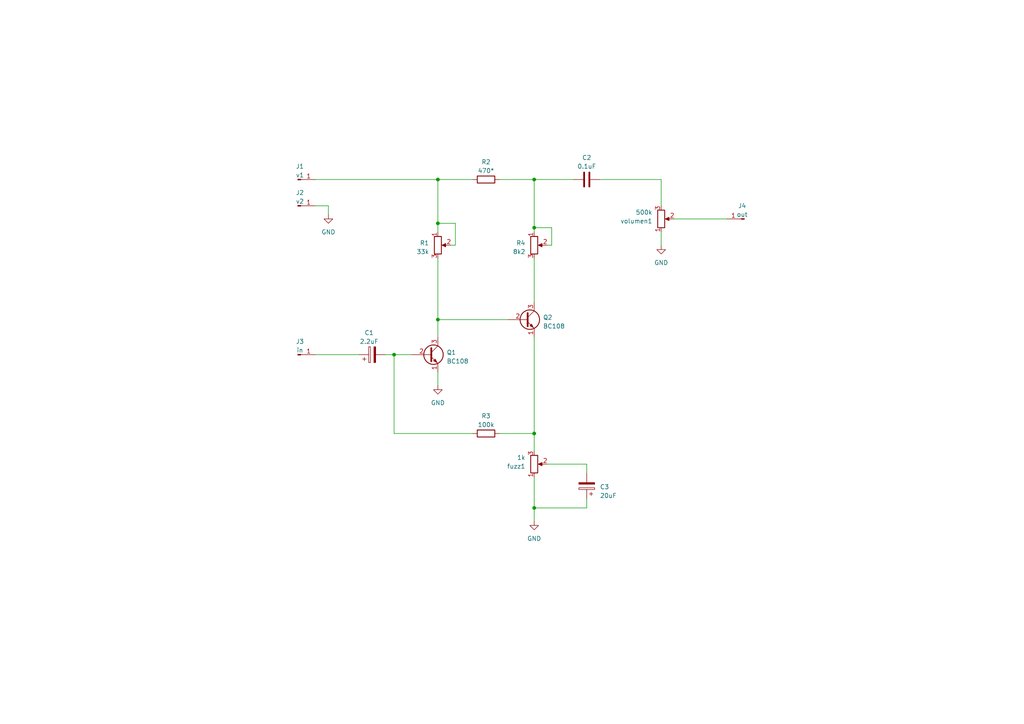
<source format=kicad_sch>
(kicad_sch (version 20230121) (generator eeschema)
  (paper "A4")
  (lib_symbols
    (symbol "Connector:Conn_01x01_Pin" (pin_names (offset 1.016) hide)
      (property "Reference" "J" (at 0 2.54 0))
      (property "Value" "Conn_01x01_Pin" (at 0 -2.54 0))
      (symbol "Conn_01x01_Pin_1_1"
        (polyline (pts (xy 1.27 0) (xy 0.8636 0)) (stroke (width 0.1524)))
        (rectangle (start 0.8636 0.127) (end 0 -0.127) (stroke (width 0.1524)) (fill (type outline)))
        (pin passive line (at 5.08 0 180) (length 3.81) (name "Pin_1") (number "1"))
      )
    )
    (symbol "Device:C" (pin_numbers hide) (pin_names (offset 0.254))
      (property "Reference" "C" (at 0.635 2.54 0))
      (property "Value" "C" (at 0.635 -2.54 0))
      (symbol "C_0_1"
        (polyline (pts (xy -2.032 -0.762) (xy 2.032 -0.762)) (stroke (width 0.508)))
        (polyline (pts (xy -2.032 0.762) (xy 2.032 0.762)) (stroke (width 0.508)))
      )
      (symbol "C_1_1"
        (pin passive line (at 0 3.81 270) (length 2.794) (name "~") (number "1"))
        (pin passive line (at 0 -3.81 90) (length 2.794) (name "~") (number "2"))
      )
    )
    (symbol "Device:C_Polarized" (pin_numbers hide) (pin_names (offset 0.254))
      (property "Reference" "C" (at 0.635 2.54 0))
      (property "Value" "C_Polarized" (at 0.635 -2.54 0))
      (symbol "C_Polarized_0_1"
        (rectangle (start -2.286 0.508) (end 2.286 1.016))
        (polyline (pts (xy -1.778 2.286) (xy -0.762 2.286)))
        (polyline (pts (xy -1.27 2.794) (xy -1.27 1.778)))
        (rectangle (start 2.286 -0.508) (end -2.286 -1.016) (fill (type outline)))
      )
      (symbol "C_Polarized_1_1"
        (pin passive line (at 0 3.81 270) (length 2.794) (name "~") (number "1"))
        (pin passive line (at 0 -3.81 90) (length 2.794) (name "~") (number "2"))
      )
    )
    (symbol "Device:R" (pin_numbers hide) (pin_names (offset 0))
      (property "Reference" "R" (at 2.032 0 90))
      (property "Value" "R" (at 0 0 90))
      (symbol "R_0_1"
        (rectangle (start -1.016 -2.54) (end 1.016 2.54) (stroke (width 0.254)))
      )
      (symbol "R_1_1"
        (pin passive line (at 0 3.81 270) (length 1.27) (name "~") (number "1"))
        (pin passive line (at 0 -3.81 90) (length 1.27) (name "~") (number "2"))
      )
    )
    (symbol "Device:R_Potentiometer" (pin_names (offset 1.016) hide)
      (property "Reference" "RV" (at -4.445 0 90))
      (property "Value" "R_Potentiometer" (at -2.54 0 90))
      (symbol "R_Potentiometer_0_1"
        (polyline (pts (xy 2.54 0) (xy 1.524 0)))
        (polyline (pts (xy 1.143 0) (xy 2.286 0.508) (xy 2.286 -0.508) (xy 1.143 0)) (fill (type outline)))
        (rectangle (start 1.016 2.54) (end -1.016 -2.54) (stroke (width 0.254)))
      )
      (symbol "R_Potentiometer_1_1"
        (pin passive line (at 0 3.81 270) (length 1.27) (name "1") (number "1"))
        (pin passive line (at 3.81 0 180) (length 1.27) (name "2") (number "2"))
        (pin passive line (at 0 -3.81 90) (length 1.27) (name "3") (number "3"))
      )
    )
    (symbol "Transistor_BJT:BC108" (pin_names (offset 0) hide)
      (property "Reference" "Q" (at 5.08 1.905 0))
      (property "Value" "BC108" (at 5.08 0 0))
      (symbol "BC108_0_1"
        (polyline (pts (xy 0.635 0.635) (xy 2.54 2.54)))
        (polyline (pts (xy 0.635 -0.635) (xy 2.54 -2.54) (xy 2.54 -2.54)))
        (polyline (pts (xy 0.635 1.905) (xy 0.635 -1.905) (xy 0.635 -1.905)) (stroke (width 0.508)))
        (polyline (pts (xy 1.27 -1.778) (xy 1.778 -1.27) (xy 2.286 -2.286) (xy 1.27 -1.778) (xy 1.27 -1.778)) (fill (type outline)))
        (circle (center 1.27 0) (radius 2.8194) (stroke (width 0.254)))
      )
      (symbol "BC108_1_1"
        (pin passive line (at 2.54 -5.08 90) (length 2.54) (name "E") (number "1"))
        (pin input line (at -5.08 0 0) (length 5.715) (name "B") (number "2"))
        (pin passive line (at 2.54 5.08 270) (length 2.54) (name "C") (number "3"))
      )
    )
    (symbol "power:GND" (power) (pin_names (offset 0))
      (property "Value" "GND" (at 0 -3.81 0))
      (symbol "GND_0_1"
        (polyline (pts (xy 0 0) (xy 0 -1.27) (xy 1.27 -1.27) (xy 0 -2.54) (xy -1.27 -1.27) (xy 0 -1.27)))
      )
      (symbol "GND_1_1"
        (pin power_in line (at 0 0 270) (length 0) hide (name "GND") (number "1"))
      )
    )
  )
  (junction (at 127 92.71))
  (junction (at 154.94 66.04))
  (junction (at 127 52.07))
  (junction (at 154.94 147.32))
  (junction (at 127 64.77))
  (junction (at 154.94 52.07))
  (junction (at 154.94 125.73))
  (junction (at 114.3 102.87))
  (wire (pts (xy 154.94 66.04) (xy 160.02 66.04)))
  (wire (pts (xy 154.94 147.32) (xy 154.94 151.13)))
  (wire (pts (xy 127 52.07) (xy 137.16 52.07)))
  (wire (pts (xy 144.78 125.73) (xy 154.94 125.73)))
  (wire (pts (xy 170.18 147.32) (xy 154.94 147.32)))
  (wire (pts (xy 132.08 64.77) (xy 127 64.77)))
  (wire (pts (xy 91.44 52.07) (xy 127 52.07)))
  (wire (pts (xy 158.75 71.12) (xy 160.02 71.12)))
  (wire (pts (xy 127 92.71) (xy 127 97.79)))
  (wire (pts (xy 160.02 71.12) (xy 160.02 66.04)))
  (wire (pts (xy 154.94 52.07) (xy 166.37 52.07)))
  (wire (pts (xy 154.94 125.73) (xy 154.94 130.81)))
  (wire (pts (xy 111.76 102.87) (xy 114.3 102.87)))
  (wire (pts (xy 127 64.77) (xy 127 67.31)))
  (wire (pts (xy 170.18 144.78) (xy 170.18 147.32)))
  (wire (pts (xy 195.58 63.5) (xy 210.82 63.5)))
  (wire (pts (xy 132.08 71.12) (xy 132.08 64.77)))
  (wire (pts (xy 170.18 134.62) (xy 170.18 137.16)))
  (wire (pts (xy 137.16 125.73) (xy 114.3 125.73)))
  (wire (pts (xy 127 92.71) (xy 147.32 92.71)))
  (wire (pts (xy 154.94 74.93) (xy 154.94 87.63)))
  (wire (pts (xy 91.44 59.69) (xy 95.25 59.69)))
  (wire (pts (xy 154.94 97.79) (xy 154.94 125.73)))
  (wire (pts (xy 130.81 71.12) (xy 132.08 71.12)))
  (wire (pts (xy 173.99 52.07) (xy 191.77 52.07)))
  (wire (pts (xy 154.94 52.07) (xy 154.94 66.04)))
  (wire (pts (xy 127 52.07) (xy 127 64.77)))
  (wire (pts (xy 127 74.93) (xy 127 92.71)))
  (wire (pts (xy 114.3 125.73) (xy 114.3 102.87)))
  (wire (pts (xy 154.94 66.04) (xy 154.94 67.31)))
  (wire (pts (xy 91.44 102.87) (xy 104.14 102.87)))
  (wire (pts (xy 144.78 52.07) (xy 154.94 52.07)))
  (wire (pts (xy 158.75 134.62) (xy 170.18 134.62)))
  (wire (pts (xy 95.25 59.69) (xy 95.25 62.23)))
  (wire (pts (xy 191.77 52.07) (xy 191.77 59.69)))
  (wire (pts (xy 154.94 138.43) (xy 154.94 147.32)))
  (wire (pts (xy 114.3 102.87) (xy 119.38 102.87)))
  (wire (pts (xy 127 107.95) (xy 127 111.76)))
  (wire (pts (xy 191.77 67.31) (xy 191.77 71.12)))
  (symbol (lib_id "Device:R_Potentiometer") (at 127 71.12 0) (unit 1)
    (property "Reference" "R1" (at 124.46 70.485 0) (effects (justify right)))
    (property "Value" "33k" (at 124.46 73.025 0) (effects (justify right)))
    (property "Footprint" "Potentiometer_THT:Potentiometer_Bourns_3266Y_Vertical" (effects hide))
  )
  (symbol (lib_id "Device:R") (at 140.97 125.73 90) (unit 1)
    (property "Reference" "R3" (at 140.97 120.65 90))
    (property "Value" "100k" (at 140.97 123.19 90))
    (property "Footprint" "Resistor_THT:R_Axial_DIN0207_L6.3mm_D2.5mm_P7.62mm_Horizontal" (effects hide))
  )
  (symbol (lib_id "Transistor_BJT:BC108") (at 152.4 92.71 0) (unit 1)
    (property "Reference" "Q2" (at 157.48 92.075 0) (effects (justify left)))
    (property "Value" "BC108" (at 157.48 94.615 0) (effects (justify left)))
    (property "Footprint" "Package_TO_SOT_THT:TO-18-3" (effects hide))
    (property "Datasheet" "http://www.b-kainka.de/Daten/Transistor/BC108.pdf" (effects hide))
  )
  (symbol (lib_id "Device:C_Polarized") (at 170.18 140.97 180) (unit 1)
    (property "Reference" "C3" (at 173.99 141.224 0) (effects (justify right)))
    (property "Value" "20uF" (at 173.99 143.764 0) (effects (justify right)))
    (property "Footprint" "Capacitor_THT:CP_Radial_D8.0mm_P5.00mm" (effects hide))
  )
  (symbol (lib_id "Device:C_Polarized") (at 107.95 102.87 90) (unit 1)
    (property "Reference" "C1" (at 107.061 96.52 90))
    (property "Value" "2.2uF" (at 107.061 99.06 90))
    (property "Footprint" "Capacitor_THT:CP_Radial_D8.0mm_P5.00mm" (effects hide))
  )
  (symbol (lib_id "Device:R_Potentiometer") (at 154.94 134.62 0) (mirror x) (unit 1)
    (property "Reference" "fuzz1" (at 152.4 135.255 0) (effects (justify right)))
    (property "Value" "1k" (at 152.4 132.715 0) (effects (justify right)))
    (property "Footprint" "Potentiometer_THT:Potentiometer_Alps_RK163_Single_Horizontal" (effects hide))
  )
  (symbol (lib_id "Connector:Conn_01x01_Pin") (at 215.9 63.5 180) (unit 1)
    (property "Reference" "J4" (at 215.265 59.69 0))
    (property "Value" "out" (at 215.265 62.23 0))
    (property "Footprint" "Connector_Pin:Pin_D1.3mm_L11.0mm" (effects hide))
  )
  (symbol (lib_id "Connector:Conn_01x01_Pin") (at 86.36 52.07 0) (unit 1)
    (property "Reference" "J1" (at 86.995 48.26 0))
    (property "Value" "v1" (at 86.995 50.8 0))
    (property "Footprint" "Connector_Pin:Pin_D1.3mm_L11.0mm" (effects hide))
  )
  (symbol (lib_id "Transistor_BJT:BC108") (at 124.46 102.87 0) (unit 1)
    (property "Reference" "Q1" (at 129.54 102.235 0) (effects (justify left)))
    (property "Value" "BC108" (at 129.54 104.775 0) (effects (justify left)))
    (property "Footprint" "Package_TO_SOT_THT:TO-18-3" (effects hide))
    (property "Datasheet" "http://www.b-kainka.de/Daten/Transistor/BC108.pdf" (effects hide))
  )
  (symbol (lib_id "power:GND") (at 127 111.76 0) (unit 1)
    (property "Reference" "#PWR02" (effects hide))
    (property "Value" "GND" (at 127 116.84 0))
  )
  (symbol (lib_id "Connector:Conn_01x01_Pin") (at 86.36 102.87 0) (unit 1)
    (property "Reference" "J3" (at 86.995 99.06 0))
    (property "Value" "in" (at 86.995 101.6 0))
    (property "Footprint" "Connector_Pin:Pin_D1.3mm_L11.0mm" (effects hide))
  )
  (symbol (lib_id "power:GND") (at 191.77 71.12 0) (unit 1)
    (property "Reference" "#PWR04" (effects hide))
    (property "Value" "GND" (at 191.77 76.2 0))
  )
  (symbol (lib_id "Device:R_Potentiometer") (at 191.77 63.5 0) (mirror x) (unit 1)
    (property "Reference" "volumen1" (at 189.23 64.135 0) (effects (justify right)))
    (property "Value" "500k" (at 189.23 61.595 0) (effects (justify right)))
    (property "Footprint" "Potentiometer_THT:Potentiometer_Alps_RK163_Single_Horizontal" (effects hide))
  )
  (symbol (lib_id "power:GND") (at 95.25 62.23 0) (unit 1)
    (property "Reference" "#PWR01" (effects hide))
    (property "Value" "GND" (at 95.25 67.31 0))
  )
  (symbol (lib_id "Device:R") (at 140.97 52.07 90) (unit 1)
    (property "Reference" "R2" (at 140.97 46.99 90))
    (property "Value" "470*" (at 140.97 49.53 90))
    (property "Footprint" "Resistor_THT:R_Axial_DIN0207_L6.3mm_D2.5mm_P7.62mm_Horizontal" (effects hide))
  )
  (symbol (lib_id "Device:C") (at 170.18 52.07 90) (unit 1)
    (property "Reference" "C2" (at 170.18 45.72 90))
    (property "Value" "0.1uF" (at 170.18 48.26 90))
    (property "Footprint" "Capacitor_THT:CP_Radial_D8.0mm_P5.00mm" (effects hide))
  )
  (symbol (lib_id "Device:R_Potentiometer") (at 154.94 71.12 0) (unit 1)
    (property "Reference" "R4" (at 152.4 70.485 0) (effects (justify right)))
    (property "Value" "8k2" (at 152.4 73.025 0) (effects (justify right)))
    (property "Footprint" "Potentiometer_THT:Potentiometer_Bourns_3266Y_Vertical" (effects hide))
  )
  (symbol (lib_id "power:GND") (at 154.94 151.13 0) (unit 1)
    (property "Reference" "#PWR03" (effects hide))
    (property "Value" "GND" (at 154.94 156.21 0))
  )
  (symbol (lib_id "Connector:Conn_01x01_Pin") (at 86.36 59.69 0) (unit 1)
    (property "Reference" "J2" (at 86.995 55.88 0))
    (property "Value" "v2" (at 86.995 58.42 0))
    (property "Footprint" "Connector_Pin:Pin_D1.3mm_L11.0mm" (effects hide))
  )
)
</source>
